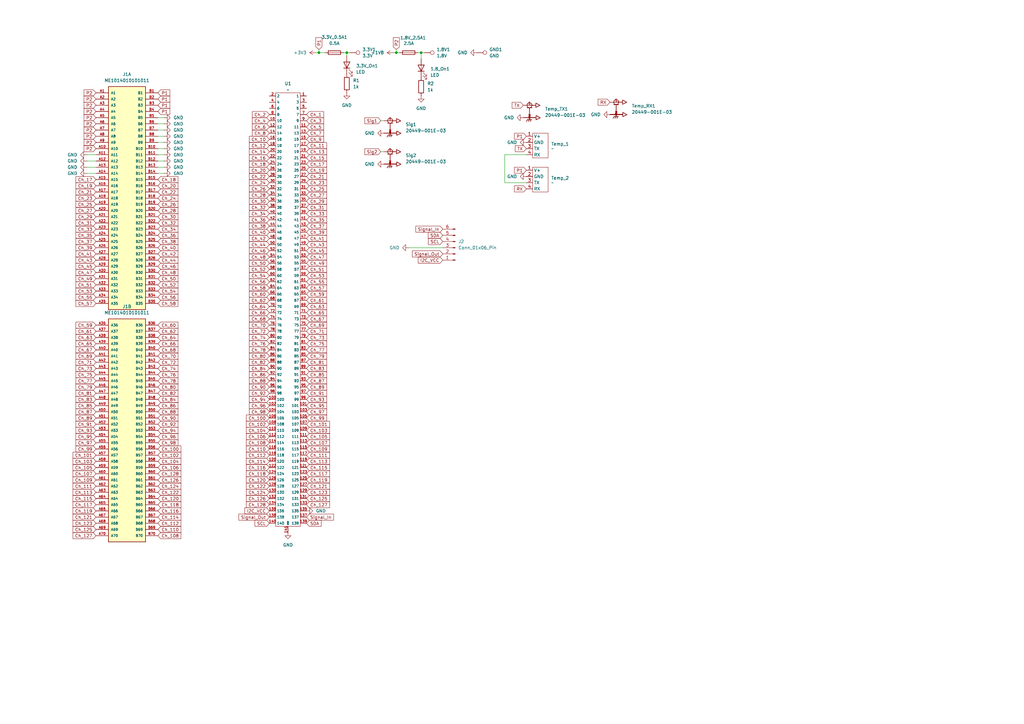
<source format=kicad_sch>
(kicad_sch (version 20231120) (generator "eeschema") (generator_version "8.0")
  (paper "A3")
  (junction (at 130.81 21.59))
  (junction (at 162.56 21.59))
  (junction (at 142.24 21.59))
  (junction (at 172.72 21.59))
  (wire (pts (xy 67.31 71.12) (xy 64.77 71.12)))
  (wire (pts (xy 207.01 63.5) (xy 207.01 74.93)))
  (wire (pts (xy 67.31 60.96) (xy 64.77 60.96)))
  (wire (pts (xy 156.21 49.53) (xy 157.48 49.53)))
  (wire (pts (xy 207.01 74.93) (xy 215.9 74.93)))
  (wire (pts (xy 35.56 71.12) (xy 39.37 71.12)))
  (wire (pts (xy 67.31 68.58) (xy 64.77 68.58)))
  (wire (pts (xy 173.99 21.59) (xy 172.72 21.59)))
  (wire (pts (xy 162.56 21.59) (xy 163.83 21.59)))
  (wire (pts (xy 161.29 21.59) (xy 162.56 21.59)))
  (wire (pts (xy 167.64 101.6) (xy 181.61 101.6)))
  (wire (pts (xy 215.9 63.5) (xy 207.01 63.5)))
  (wire (pts (xy 67.31 63.5) (xy 64.77 63.5)))
  (wire (pts (xy 67.31 66.04) (xy 64.77 66.04)))
  (wire (pts (xy 67.31 53.34) (xy 64.77 53.34)))
  (wire (pts (xy 156.21 62.23) (xy 157.48 62.23)))
  (wire (pts (xy 142.24 21.59) (xy 142.24 22.86)))
  (wire (pts (xy 142.24 21.59) (xy 143.51 21.59)))
  (wire (pts (xy 130.81 21.59) (xy 133.35 21.59)))
  (wire (pts (xy 129.54 21.59) (xy 130.81 21.59)))
  (wire (pts (xy 35.56 63.5) (xy 39.37 63.5)))
  (wire (pts (xy 162.56 20.32) (xy 162.56 21.59)))
  (wire (pts (xy 130.81 20.32) (xy 130.81 21.59)))
  (wire (pts (xy 67.31 58.42) (xy 64.77 58.42)))
  (wire (pts (xy 67.31 48.26) (xy 64.77 48.26)))
  (wire (pts (xy 35.56 66.04) (xy 39.37 66.04)))
  (wire (pts (xy 172.72 21.59) (xy 172.72 24.13)))
  (wire (pts (xy 35.56 68.58) (xy 39.37 68.58)))
  (wire (pts (xy 172.72 21.59) (xy 171.45 21.59)))
  (wire (pts (xy 67.31 55.88) (xy 64.77 55.88)))
  (wire (pts (xy 140.97 21.59) (xy 142.24 21.59)))
  (wire (pts (xy 67.31 50.8) (xy 64.77 50.8)))
  (global_label "Ch_101" (shape input) (at 125.73 173.99 0) (property "Intersheetrefs" "${INTERSHEET_REFS}" (effects (hide yes))))
  (global_label "Ch_100" (shape input) (at 110.49 171.45 180) (property "Intersheetrefs" "${INTERSHEET_REFS}" (effects (hide yes))))
  (global_label "Ch_99" (shape input) (at 125.73 171.45 0) (property "Intersheetrefs" "${INTERSHEET_REFS}" (effects (hide yes))))
  (global_label "Ch_70" (shape input) (at 110.49 133.35 180) (property "Intersheetrefs" "${INTERSHEET_REFS}" (effects (hide yes))))
  (global_label "Ch_55" (shape input) (at 39.37 121.92 180) (property "Intersheetrefs" "${INTERSHEET_REFS}" (effects (hide yes))))
  (global_label "Ch_113" (shape input) (at 39.37 201.93 180) (property "Intersheetrefs" "${INTERSHEET_REFS}" (effects (hide yes))))
  (global_label "Ch_62" (shape input) (at 64.77 135.89 0) (property "Intersheetrefs" "${INTERSHEET_REFS}" (effects (hide yes))))
  (global_label "P2" (shape input) (at 39.37 45.72 180) (property "Intersheetrefs" "${INTERSHEET_REFS}" (effects (hide yes))))
  (global_label "Ch_111" (shape input) (at 125.73 186.69 0) (property "Intersheetrefs" "${INTERSHEET_REFS}" (effects (hide yes))))
  (global_label "Ch_55" (shape input) (at 125.73 115.57 0) (property "Intersheetrefs" "${INTERSHEET_REFS}" (effects (hide yes))))
  (global_label "Ch_85" (shape input) (at 125.73 153.67 0) (property "Intersheetrefs" "${INTERSHEET_REFS}" (effects (hide yes))))
  (global_label "Ch_17" (shape input) (at 125.73 67.31 0) (property "Intersheetrefs" "${INTERSHEET_REFS}" (effects (hide yes))))
  (global_label "P1" (shape input) (at 64.77 43.18 0) (property "Intersheetrefs" "${INTERSHEET_REFS}" (effects (hide yes))))
  (global_label "Ch_58" (shape input) (at 110.49 118.11 180) (property "Intersheetrefs" "${INTERSHEET_REFS}" (effects (hide yes))))
  (global_label "Ch_102" (shape input) (at 110.49 173.99 180) (property "Intersheetrefs" "${INTERSHEET_REFS}" (effects (hide yes))))
  (global_label "SCL" (shape input) (at 110.49 214.63 180) (property "Intersheetrefs" "${INTERSHEET_REFS}" (effects (hide yes))))
  (global_label "Ch_107" (shape input) (at 125.73 181.61 0) (property "Intersheetrefs" "${INTERSHEET_REFS}" (effects (hide yes))))
  (global_label "Ch_113" (shape input) (at 125.73 189.23 0) (property "Intersheetrefs" "${INTERSHEET_REFS}" (effects (hide yes))))
  (global_label "Ch_83" (shape input) (at 125.73 151.13 0) (property "Intersheetrefs" "${INTERSHEET_REFS}" (effects (hide yes))))
  (global_label "Ch_64" (shape input) (at 64.77 138.43 0) (property "Intersheetrefs" "${INTERSHEET_REFS}" (effects (hide yes))))
  (global_label "Ch_60" (shape input) (at 110.49 120.65 180) (property "Intersheetrefs" "${INTERSHEET_REFS}" (effects (hide yes))))
  (global_label "Ch_70" (shape input) (at 64.77 146.05 0) (property "Intersheetrefs" "${INTERSHEET_REFS}" (effects (hide yes))))
  (global_label "Ch_34" (shape input) (at 64.77 93.98 0) (property "Intersheetrefs" "${INTERSHEET_REFS}" (effects (hide yes))))
  (global_label "Ch_68" (shape input) (at 64.77 143.51 0) (property "Intersheetrefs" "${INTERSHEET_REFS}" (effects (hide yes))))
  (global_label "Ch_98" (shape input) (at 110.49 168.91 180) (property "Intersheetrefs" "${INTERSHEET_REFS}" (effects (hide yes))))
  (global_label "Ch_121" (shape input) (at 39.37 212.09 180) (property "Intersheetrefs" "${INTERSHEET_REFS}" (effects (hide yes))))
  (global_label "Ch_74" (shape input) (at 64.77 151.13 0) (property "Intersheetrefs" "${INTERSHEET_REFS}" (effects (hide yes))))
  (global_label "Ch_104" (shape input) (at 64.77 189.23 0) (property "Intersheetrefs" "${INTERSHEET_REFS}" (effects (hide yes))))
  (global_label "Ch_126" (shape input) (at 64.77 196.85 0) (property "Intersheetrefs" "${INTERSHEET_REFS}" (effects (hide yes))))
  (global_label "Ch_62" (shape input) (at 110.49 123.19 180) (property "Intersheetrefs" "${INTERSHEET_REFS}" (effects (hide yes))))
  (global_label "P2" (shape input) (at 39.37 58.42 180) (property "Intersheetrefs" "${INTERSHEET_REFS}" (effects (hide yes))))
  (global_label "Ch_58" (shape input) (at 64.77 124.46 0) (property "Intersheetrefs" "${INTERSHEET_REFS}" (effects (hide yes))))
  (global_label "Ch_81" (shape input) (at 125.73 148.59 0) (property "Intersheetrefs" "${INTERSHEET_REFS}" (effects (hide yes))))
  (global_label "Ch_118" (shape input) (at 110.49 194.31 180) (property "Intersheetrefs" "${INTERSHEET_REFS}" (effects (hide yes))))
  (global_label "Ch_35" (shape input) (at 39.37 96.52 180) (property "Intersheetrefs" "${INTERSHEET_REFS}" (effects (hide yes))))
  (global_label "P1" (shape input) (at 215.9 55.88 180) (property "Intersheetrefs" "${INTERSHEET_REFS}" (effects (hide yes))))
  (global_label "P2" (shape input) (at 39.37 40.64 180) (property "Intersheetrefs" "${INTERSHEET_REFS}" (effects (hide yes))))
  (global_label "Ch_88" (shape input) (at 110.49 156.21 180) (property "Intersheetrefs" "${INTERSHEET_REFS}" (effects (hide yes))))
  (global_label "Ch_88" (shape input) (at 64.77 168.91 0) (property "Intersheetrefs" "${INTERSHEET_REFS}" (effects (hide yes))))
  (global_label "Ch_74" (shape input) (at 110.49 138.43 180) (property "Intersheetrefs" "${INTERSHEET_REFS}" (effects (hide yes))))
  (global_label "Ch_119" (shape input) (at 39.37 209.55 180) (property "Intersheetrefs" "${INTERSHEET_REFS}" (effects (hide yes))))
  (global_label "Ch_27" (shape input) (at 125.73 80.01 0) (property "Intersheetrefs" "${INTERSHEET_REFS}" (effects (hide yes))))
  (global_label "Ch_128" (shape input) (at 64.77 194.31 0) (property "Intersheetrefs" "${INTERSHEET_REFS}" (effects (hide yes))))
  (global_label "Signal_Out" (shape input) (at 110.49 212.09 180) (property "Intersheetrefs" "${INTERSHEET_REFS}" (effects (hide yes))))
  (global_label "Ch_2" (shape input) (at 110.49 46.99 180) (property "Intersheetrefs" "${INTERSHEET_REFS}" (effects (hide yes))))
  (global_label "Ch_36" (shape input) (at 64.77 96.52 0) (property "Intersheetrefs" "${INTERSHEET_REFS}" (effects (hide yes))))
  (global_label "Ch_40" (shape input) (at 64.77 101.6 0) (property "Intersheetrefs" "${INTERSHEET_REFS}" (effects (hide yes))))
  (global_label "Ch_68" (shape input) (at 110.49 130.81 180) (property "Intersheetrefs" "${INTERSHEET_REFS}" (effects (hide yes))))
  (global_label "Ch_75" (shape input) (at 39.37 153.67 180) (property "Intersheetrefs" "${INTERSHEET_REFS}" (effects (hide yes))))
  (global_label "Ch_94" (shape input) (at 64.77 176.53 0) (property "Intersheetrefs" "${INTERSHEET_REFS}" (effects (hide yes))))
  (global_label "Ch_77" (shape input) (at 39.37 156.21 180) (property "Intersheetrefs" "${INTERSHEET_REFS}" (effects (hide yes))))
  (global_label "SDA" (shape input) (at 181.61 96.52 180) (property "Intersheetrefs" "${INTERSHEET_REFS}" (effects (hide yes))))
  (global_label "Ch_32" (shape input) (at 64.77 91.44 0) (property "Intersheetrefs" "${INTERSHEET_REFS}" (effects (hide yes))))
  (global_label "Ch_86" (shape input) (at 110.49 153.67 180) (property "Intersheetrefs" "${INTERSHEET_REFS}" (effects (hide yes))))
  (global_label "Ch_57" (shape input) (at 39.37 124.46 180) (property "Intersheetrefs" "${INTERSHEET_REFS}" (effects (hide yes))))
  (global_label "Ch_123" (shape input) (at 125.73 201.93 0) (property "Intersheetrefs" "${INTERSHEET_REFS}" (effects (hide yes))))
  (global_label "Ch_73" (shape input) (at 39.37 151.13 180) (property "Intersheetrefs" "${INTERSHEET_REFS}" (effects (hide yes))))
  (global_label "Ch_1" (shape input) (at 125.73 46.99 0) (property "Intersheetrefs" "${INTERSHEET_REFS}" (effects (hide yes))))
  (global_label "Ch_96" (shape input) (at 110.49 166.37 180) (property "Intersheetrefs" "${INTERSHEET_REFS}" (effects (hide yes))))
  (global_label "Ch_32" (shape input) (at 110.49 85.09 180) (property "Intersheetrefs" "${INTERSHEET_REFS}" (effects (hide yes))))
  (global_label "Ch_112" (shape input) (at 110.49 186.69 180) (property "Intersheetrefs" "${INTERSHEET_REFS}" (effects (hide yes))))
  (global_label "Ch_19" (shape input) (at 39.37 76.2 180) (property "Intersheetrefs" "${INTERSHEET_REFS}" (effects (hide yes))))
  (global_label "Ch_46" (shape input) (at 64.77 109.22 0) (property "Intersheetrefs" "${INTERSHEET_REFS}" (effects (hide yes))))
  (global_label "Ch_19" (shape input) (at 125.73 69.85 0) (property "Intersheetrefs" "${INTERSHEET_REFS}" (effects (hide yes))))
  (global_label "Ch_29" (shape input) (at 125.73 82.55 0) (property "Intersheetrefs" "${INTERSHEET_REFS}" (effects (hide yes))))
  (global_label "Ch_117" (shape input) (at 125.73 194.31 0) (property "Intersheetrefs" "${INTERSHEET_REFS}" (effects (hide yes))))
  (global_label "Ch_104" (shape input) (at 110.49 176.53 180) (property "Intersheetrefs" "${INTERSHEET_REFS}" (effects (hide yes))))
  (global_label "Ch_63" (shape input) (at 39.37 138.43 180) (property "Intersheetrefs" "${INTERSHEET_REFS}" (effects (hide yes))))
  (global_label "Ch_49" (shape input) (at 39.37 114.3 180) (property "Intersheetrefs" "${INTERSHEET_REFS}" (effects (hide yes))))
  (global_label "Ch_102" (shape input) (at 64.77 186.69 0) (property "Intersheetrefs" "${INTERSHEET_REFS}" (effects (hide yes))))
  (global_label "Ch_33" (shape input) (at 125.73 87.63 0) (property "Intersheetrefs" "${INTERSHEET_REFS}" (effects (hide yes))))
  (global_label "Ch_56" (shape input) (at 110.49 115.57 180) (property "Intersheetrefs" "${INTERSHEET_REFS}" (effects (hide yes))))
  (global_label "SCL" (shape input) (at 181.61 99.06 180) (property "Intersheetrefs" "${INTERSHEET_REFS}" (effects (hide yes))))
  (global_label "Ch_86" (shape input) (at 64.77 166.37 0) (property "Intersheetrefs" "${INTERSHEET_REFS}" (effects (hide yes))))
  (global_label "Ch_120" (shape input) (at 110.49 196.85 180) (property "Intersheetrefs" "${INTERSHEET_REFS}" (effects (hide yes))))
  (global_label "Ch_52" (shape input) (at 64.77 116.84 0) (property "Intersheetrefs" "${INTERSHEET_REFS}" (effects (hide yes))))
  (global_label "Ch_42" (shape input) (at 110.49 97.79 180) (property "Intersheetrefs" "${INTERSHEET_REFS}" (effects (hide yes))))
  (global_label "Ch_84" (shape input) (at 110.49 151.13 180) (property "Intersheetrefs" "${INTERSHEET_REFS}" (effects (hide yes))))
  (global_label "Ch_49" (shape input) (at 125.73 107.95 0) (property "Intersheetrefs" "${INTERSHEET_REFS}" (effects (hide yes))))
  (global_label "Ch_40" (shape input) (at 110.49 95.25 180) (property "Intersheetrefs" "${INTERSHEET_REFS}" (effects (hide yes))))
  (global_label "Ch_22" (shape input) (at 64.77 78.74 0) (property "Intersheetrefs" "${INTERSHEET_REFS}" (effects (hide yes))))
  (global_label "Ch_85" (shape input) (at 39.37 166.37 180) (property "Intersheetrefs" "${INTERSHEET_REFS}" (effects (hide yes))))
  (global_label "Ch_47" (shape input) (at 125.73 105.41 0) (property "Intersheetrefs" "${INTERSHEET_REFS}" (effects (hide yes))))
  (global_label "Ch_73" (shape input) (at 125.73 138.43 0) (property "Intersheetrefs" "${INTERSHEET_REFS}" (effects (hide yes))))
  (global_label "Ch_116" (shape input) (at 64.77 209.55 0) (property "Intersheetrefs" "${INTERSHEET_REFS}" (effects (hide yes))))
  (global_label "P2" (shape input) (at 39.37 38.1 180) (property "Intersheetrefs" "${INTERSHEET_REFS}" (effects (hide yes))))
  (global_label "Ch_59" (shape input) (at 125.73 120.65 0) (property "Intersheetrefs" "${INTERSHEET_REFS}" (effects (hide yes))))
  (global_label "Ch_64" (shape input) (at 110.49 125.73 180) (property "Intersheetrefs" "${INTERSHEET_REFS}" (effects (hide yes))))
  (global_label "Ch_27" (shape input) (at 39.37 86.36 180) (property "Intersheetrefs" "${INTERSHEET_REFS}" (effects (hide yes))))
  (global_label "Ch_81" (shape input) (at 39.37 161.29 180) (property "Intersheetrefs" "${INTERSHEET_REFS}" (effects (hide yes))))
  (global_label "Ch_43" (shape input) (at 39.37 106.68 180) (property "Intersheetrefs" "${INTERSHEET_REFS}" (effects (hide yes))))
  (global_label "Ch_101" (shape input) (at 39.37 186.69 180) (property "Intersheetrefs" "${INTERSHEET_REFS}" (effects (hide yes))))
  (global_label "P2" (shape input) (at 162.56 20.32 90) (property "Intersheetrefs" "${INTERSHEET_REFS}" (effects (hide yes))))
  (global_label "Sig1" (shape input) (at 156.21 49.53 180) (property "Intersheetrefs" "${INTERSHEET_REFS}" (effects (hide yes))))
  (global_label "Ch_48" (shape input) (at 110.49 105.41 180) (property "Intersheetrefs" "${INTERSHEET_REFS}" (effects (hide yes))))
  (global_label "Ch_128" (shape input) (at 110.49 207.01 180) (property "Intersheetrefs" "${INTERSHEET_REFS}" (effects (hide yes))))
  (global_label "Ch_84" (shape input) (at 64.77 163.83 0) (property "Intersheetrefs" "${INTERSHEET_REFS}" (effects (hide yes))))
  (global_label "Ch_12" (shape input) (at 110.49 59.69 180) (property "Intersheetrefs" "${INTERSHEET_REFS}" (effects (hide yes))))
  (global_label "Ch_97" (shape input) (at 39.37 181.61 180) (property "Intersheetrefs" "${INTERSHEET_REFS}" (effects (hide yes))))
  (global_label "Ch_106" (shape input) (at 110.49 179.07 180) (property "Intersheetrefs" "${INTERSHEET_REFS}" (effects (hide yes))))
  (global_label "Ch_67" (shape input) (at 39.37 143.51 180) (property "Intersheetrefs" "${INTERSHEET_REFS}" (effects (hide yes))))
  (global_label "Ch_30" (shape input) (at 110.49 82.55 180) (property "Intersheetrefs" "${INTERSHEET_REFS}" (effects (hide yes))))
  (global_label "P1" (shape input) (at 64.77 45.72 0) (property "Intersheetrefs" "${INTERSHEET_REFS}" (effects (hide yes))))
  (global_label "Ch_45" (shape input) (at 39.37 109.22 180) (property "Intersheetrefs" "${INTERSHEET_REFS}" (effects (hide yes))))
  (global_label "SDA" (shape input) (at 125.73 214.63 0) (property "Intersheetrefs" "${INTERSHEET_REFS}" (effects (hide yes))))
  (global_label "Ch_89" (shape input) (at 125.73 158.75 0) (property "Intersheetrefs" "${INTERSHEET_REFS}" (effects (hide yes))))
  (global_label "I2C_VCC" (shape input) (at 181.61 106.68 180) (property "Intersheetrefs" "${INTERSHEET_REFS}" (effects (hide yes))))
  (global_label "Ch_95" (shape input) (at 125.73 166.37 0) (property "Intersheetrefs" "${INTERSHEET_REFS}" (effects (hide yes))))
  (global_label "Ch_114" (shape input) (at 110.49 189.23 180) (property "Intersheetrefs" "${INTERSHEET_REFS}" (effects (hide yes))))
  (global_label "Ch_7" (shape input) (at 125.73 54.61 0) (property "Intersheetrefs" "${INTERSHEET_REFS}" (effects (hide yes))))
  (global_label "Ch_65" (shape input) (at 125.73 128.27 0) (property "Intersheetrefs" "${INTERSHEET_REFS}" (effects (hide yes))))
  (global_label "Ch_24" (shape input) (at 110.49 74.93 180) (property "Intersheetrefs" "${INTERSHEET_REFS}" (effects (hide yes))))
  (global_label "Ch_3" (shape input) (at 125.73 49.53 0) (property "Intersheetrefs" "${INTERSHEET_REFS}" (effects (hide yes))))
  (global_label "Ch_38" (shape input) (at 64.77 99.06 0) (property "Intersheetrefs" "${INTERSHEET_REFS}" (effects (hide yes))))
  (global_label "Ch_61" (shape input) (at 125.73 123.19 0) (property "Intersheetrefs" "${INTERSHEET_REFS}" (effects (hide yes))))
  (global_label "Signal_In" (shape input) (at 181.61 93.98 180) (property "Intersheetrefs" "${INTERSHEET_REFS}" (effects (hide yes))))
  (global_label "Ch_127" (shape input) (at 125.73 207.01 0) (property "Intersheetrefs" "${INTERSHEET_REFS}" (effects (hide yes))))
  (global_label "Ch_82" (shape input) (at 110.49 148.59 180) (property "Intersheetrefs" "${INTERSHEET_REFS}" (effects (hide yes))))
  (global_label "Ch_89" (shape input) (at 39.37 171.45 180) (property "Intersheetrefs" "${INTERSHEET_REFS}" (effects (hide yes))))
  (global_label "Ch_14" (shape input) (at 110.49 62.23 180) (property "Intersheetrefs" "${INTERSHEET_REFS}" (effects (hide yes))))
  (global_label "Ch_37" (shape input) (at 125.73 92.71 0) (property "Intersheetrefs" "${INTERSHEET_REFS}" (effects (hide yes))))
  (global_label "Ch_125" (shape input) (at 39.37 217.17 180) (property "Intersheetrefs" "${INTERSHEET_REFS}" (effects (hide yes))))
  (global_label "Ch_11" (shape input) (at 125.73 59.69 0) (property "Intersheetrefs" "${INTERSHEET_REFS}" (effects (hide yes))))
  (global_label "Ch_90" (shape input) (at 110.49 158.75 180) (property "Intersheetrefs" "${INTERSHEET_REFS}" (effects (hide yes))))
  (global_label "Ch_72" (shape input) (at 64.77 148.59 0) (property "Intersheetrefs" "${INTERSHEET_REFS}" (effects (hide yes))))
  (global_label "Ch_44" (shape input) (at 110.49 100.33 180) (property "Intersheetrefs" "${INTERSHEET_REFS}" (effects (hide yes))))
  (global_label "Ch_43" (shape input) (at 125.73 100.33 0) (property "Intersheetrefs" "${INTERSHEET_REFS}" (effects (hide yes))))
  (global_label "Ch_31" (shape input) (at 125.73 85.09 0) (property "Intersheetrefs" "${INTERSHEET_REFS}" (effects (hide yes))))
  (global_label "Ch_100" (shape input) (at 64.77 184.15 0) (property "Intersheetrefs" "${INTERSHEET_REFS}" (effects (hide yes))))
  (global_label "Ch_48" (shape input) (at 64.77 111.76 0) (property "Intersheetrefs" "${INTERSHEET_REFS}" (effects (hide yes))))
  (global_label "Ch_39" (shape input) (at 125.73 95.25 0) (property "Intersheetrefs" "${INTERSHEET_REFS}" (effects (hide yes))))
  (global_label "Ch_105" (shape input) (at 125.73 179.07 0) (property "Intersheetrefs" "${INTERSHEET_REFS}" (effects (hide yes))))
  (global_label "Ch_87" (shape input) (at 39.37 168.91 180) (property "Intersheetrefs" "${INTERSHEET_REFS}" (effects (hide yes))))
  (global_label "Ch_4" (shape input) (at 110.49 49.53 180) (property "Intersheetrefs" "${INTERSHEET_REFS}" (effects (hide yes))))
  (global_label "Ch_57" (shape input) (at 125.73 118.11 0) (property "Intersheetrefs" "${INTERSHEET_REFS}" (effects (hide yes))))
  (global_label "Ch_78" (shape input) (at 64.77 156.21 0) (property "Intersheetrefs" "${INTERSHEET_REFS}" (effects (hide yes))))
  (global_label "Ch_16" (shape input) (at 110.49 64.77 180) (property "Intersheetrefs" "${INTERSHEET_REFS}" (effects (hide yes))))
  (global_label "Ch_53" (shape input) (at 125.73 113.03 0) (property "Intersheetrefs" "${INTERSHEET_REFS}" (effects (hide yes))))
  (global_label "Ch_20" (shape input) (at 110.49 69.85 180) (property "Intersheetrefs" "${INTERSHEET_REFS}" (effects (hide yes))))
  (global_label "Ch_112" (shape input) (at 64.77 214.63 0) (property "Intersheetrefs" "${INTERSHEET_REFS}" (effects (hide yes))))
  (global_label "P2" (shape input) (at 39.37 55.88 180) (property "Intersheetrefs" "${INTERSHEET_REFS}" (effects (hide yes))))
  (global_label "Signal_Out" (shape input) (at 181.61 104.14 180) (property "Intersheetrefs" "${INTERSHEET_REFS}" (effects (hide yes))))
  (global_label "Ch_105" (shape input) (at 39.37 191.77 180) (property "Intersheetrefs" "${INTERSHEET_REFS}" (effects (hide yes))))
  (global_label "TX" (shape input) (at 215.9 60.96 180) (property "Intersheetrefs" "${INTERSHEET_REFS}" (effects (hide yes))))
  (global_label "Ch_71" (shape input) (at 39.37 148.59 180) (property "Intersheetrefs" "${INTERSHEET_REFS}" (effects (hide yes))))
  (global_label "Ch_44" (shape input) (at 64.77 106.68 0) (property "Intersheetrefs" "${INTERSHEET_REFS}" (effects (hide yes))))
  (global_label "Ch_114" (shape input) (at 64.77 212.09 0) (property "Intersheetrefs" "${INTERSHEET_REFS}" (effects (hide yes))))
  (global_label "TX" (shape input) (at 214.63 43.18 180) (property "Intersheetrefs" "${INTERSHEET_REFS}" (effects (hide yes))))
  (global_label "Ch_115" (shape input) (at 125.73 191.77 0) (property "Intersheetrefs" "${INTERSHEET_REFS}" (effects (hide yes))))
  (global_label "Ch_123" (shape input) (at 39.37 214.63 180) (property "Intersheetrefs" "${INTERSHEET_REFS}" (effects (hide yes))))
  (global_label "Ch_17" (shape input) (at 39.37 73.66 180) (property "Intersheetrefs" "${INTERSHEET_REFS}" (effects (hide yes))))
  (global_label "Ch_97" (shape input) (at 125.73 168.91 0) (property "Intersheetrefs" "${INTERSHEET_REFS}" (effects (hide yes))))
  (global_label "Ch_107" (shape input) (at 39.37 194.31 180) (property "Intersheetrefs" "${INTERSHEET_REFS}" (effects (hide yes))))
  (global_label "Ch_94" (shape input) (at 110.49 163.83 180) (property "Intersheetrefs" "${INTERSHEET_REFS}" (effects (hide yes))))
  (global_label "Ch_111" (shape input) (at 39.37 199.39 180) (property "Intersheetrefs" "${INTERSHEET_REFS}" (effects (hide yes))))
  (global_label "Ch_56" (shape input) (at 64.77 121.92 0) (property "Intersheetrefs" "${INTERSHEET_REFS}" (effects (hide yes))))
  (global_label "Ch_69" (shape input) (at 125.73 133.35 0) (property "Intersheetrefs" "${INTERSHEET_REFS}" (effects (hide yes))))
  (global_label "P2" (shape input) (at 39.37 43.18 180) (property "Intersheetrefs" "${INTERSHEET_REFS}" (effects (hide yes))))
  (global_label "Ch_79" (shape input) (at 125.73 146.05 0) (property "Intersheetrefs" "${INTERSHEET_REFS}" (effects (hide yes))))
  (global_label "Ch_8" (shape input) (at 110.49 54.61 180) (property "Intersheetrefs" "${INTERSHEET_REFS}" (effects (hide yes))))
  (global_label "Ch_122" (shape input) (at 110.49 199.39 180) (property "Intersheetrefs" "${INTERSHEET_REFS}" (effects (hide yes))))
  (global_label "Ch_110" (shape input) (at 64.77 217.17 0) (property "Intersheetrefs" "${INTERSHEET_REFS}" (effects (hide yes))))
  (global_label "Ch_91" (shape input) (at 125.73 161.29 0) (property "Intersheetrefs" "${INTERSHEET_REFS}" (effects (hide yes))))
  (global_label "Ch_93" (shape input) (at 125.73 163.83 0) (property "Intersheetrefs" "${INTERSHEET_REFS}" (effects (hide yes))))
  (global_label "Ch_35" (shape input) (at 125.73 90.17 0) (property "Intersheetrefs" "${INTERSHEET_REFS}" (effects (hide yes))))
  (global_label "Ch_80" (shape input) (at 64.77 158.75 0) (property "Intersheetrefs" "${INTERSHEET_REFS}" (effects (hide yes))))
  (global_label "P2" (shape input) (at 39.37 50.8 180) (property "Intersheetrefs" "${INTERSHEET_REFS}" (effects (hide yes))))
  (global_label "Ch_82" (shape input) (at 64.77 161.29 0) (property "Intersheetrefs" "${INTERSHEET_REFS}" (effects (hide yes))))
  (global_label "Ch_18" (shape input) (at 64.77 73.66 0) (property "Intersheetrefs" "${INTERSHEET_REFS}" (effects (hide yes))))
  (global_label "Ch_13" (shape input) (at 125.73 62.23 0) (property "Intersheetrefs" "${INTERSHEET_REFS}" (effects (hide yes))))
  (global_label "Ch_60" (shape input) (at 64.77 133.35 0) (property "Intersheetrefs" "${INTERSHEET_REFS}" (effects (hide yes))))
  (global_label "Ch_50" (shape input) (at 110.49 107.95 180) (property "Intersheetrefs" "${INTERSHEET_REFS}" (effects (hide yes))))
  (global_label "P1" (shape input) (at 215.9 69.85 180) (property "Intersheetrefs" "${INTERSHEET_REFS}" (effects (hide yes))))
  (global_label "Ch_45" (shape input) (at 125.73 102.87 0) (property "Intersheetrefs" "${INTERSHEET_REFS}" (effects (hide yes))))
  (global_label "Ch_42" (shape input) (at 64.77 104.14 0) (property "Intersheetrefs" "${INTERSHEET_REFS}" (effects (hide yes))))
  (global_label "Ch_63" (shape input) (at 125.73 125.73 0) (property "Intersheetrefs" "${INTERSHEET_REFS}" (effects (hide yes))))
  (global_label "Ch_80" (shape input) (at 110.49 146.05 180) (property "Intersheetrefs" "${INTERSHEET_REFS}" (effects (hide yes))))
  (global_label "Sig2" (shape input) (at 156.21 62.23 180) (property "Intersheetrefs" "${INTERSHEET_REFS}" (effects (hide yes))))
  (global_label "Ch_96" (shape input) (at 64.77 179.07 0) (property "Intersheetrefs" "${INTERSHEET_REFS}" (effects (hide yes))))
  (global_label "Ch_23" (shape input) (at 125.73 74.93 0) (property "Intersheetrefs" "${INTERSHEET_REFS}" (effects (hide yes))))
  (global_label "Ch_72" (shape input) (at 110.49 135.89 180) (property "Intersheetrefs" "${INTERSHEET_REFS}" (effects (hide yes))))
  (global_label "Ch_106" (shape input) (at 64.77 191.77 0) (property "Intersheetrefs" "${INTERSHEET_REFS}" (effects (hide yes))))
  (global_label "Ch_41" (shape input) (at 125.73 97.79 0) (property "Intersheetrefs" "${INTERSHEET_REFS}" (effects (hide yes))))
  (global_label "Ch_90" (shape input) (at 64.77 171.45 0) (property "Intersheetrefs" "${INTERSHEET_REFS}" (effects (hide yes))))
  (global_label "P2" (shape input) (at 39.37 48.26 180) (property "Intersheetrefs" "${INTERSHEET_REFS}" (effects (hide yes))))
  (global_label "Ch_126" (shape input) (at 110.49 204.47 180) (property "Intersheetrefs" "${INTERSHEET_REFS}" (effects (hide yes))))
  (global_label "Ch_103" (shape input) (at 125.73 176.53 0) (property "Intersheetrefs" "${INTERSHEET_REFS}" (effects (hide yes))))
  (global_label "Ch_22" (shape input) (at 110.49 72.39 180) (property "Intersheetrefs" "${INTERSHEET_REFS}" (effects (hide yes))))
  (global_label "Ch_115" (shape input) (at 39.37 204.47 180) (property "Intersheetrefs" "${INTERSHEET_REFS}" (effects (hide yes))))
  (global_label "Ch_20" (shape input) (at 64.77 76.2 0) (property "Intersheetrefs" "${INTERSHEET_REFS}" (effects (hide yes))))
  (global_label "Ch_87" (shape input) (at 125.73 156.21 0) (property "Intersheetrefs" "${INTERSHEET_REFS}" (effects (hide yes))))
  (global_label "Ch_71" (shape input) (at 125.73 135.89 0) (property "Intersheetrefs" "${INTERSHEET_REFS}" (effects (hide yes))))
  (global_label "P2" (shape input) (at 39.37 60.96 180) (property "Intersheetrefs" "${INTERSHEET_REFS}" (effects (hide yes))))
  (global_label "Ch_67" (shape input) (at 125.73 130.81 0) (property "Intersheetrefs" "${INTERSHEET_REFS}" (effects (hide yes))))
  (global_label "Ch_30" (shape input) (at 64.77 88.9 0) (property "Intersheetrefs" "${INTERSHEET_REFS}" (effects (hide yes))))
  (global_label "Ch_25" (shape input) (at 125.73 77.47 0) (property "Intersheetrefs" "${INTERSHEET_REFS}" (effects (hide yes))))
  (global_label "Ch_119" (shape input) (at 125.73 196.85 0) (property "Intersheetrefs" "${INTERSHEET_REFS}" (effects (hide yes))))
  (global_label "Ch_26" (shape input) (at 64.77 83.82 0) (property "Intersheetrefs" "${INTERSHEET_REFS}" (effects (hide yes))))
  (global_label "Ch_99" (shape input) (at 39.37 184.15 180) (property "Intersheetrefs" "${INTERSHEET_REFS}" (effects (hide yes))))
  (global_label "Ch_98" (shape input) (at 64.77 181.61 0) (property "Intersheetrefs" "${INTERSHEET_REFS}" (effects (hide yes))))
  (global_label "Ch_5" (shape input) (at 125.73 52.07 0) (property "Intersheetrefs" "${INTERSHEET_REFS}" (effects (hide yes))))
  (global_label "Ch_95" (shape input) (at 39.37 179.07 180) (property "Intersheetrefs" "${INTERSHEET_REFS}" (effects (hide yes))))
  (global_label "Ch_76" (shape input) (at 64.77 153.67 0) (property "Intersheetrefs" "${INTERSHEET_REFS}" (effects (hide yes))))
  (global_label "I2C_VCC" (shape input) (at 110.49 209.55 180) (property "Intersheetrefs" "${INTERSHEET_REFS}" (effects (hide yes))))
  (global_label "Ch_54" (shape input) (at 110.49 113.03 180) (property "Intersheetrefs" "${INTERSHEET_REFS}" (effects (hide yes))))
  (global_label "Ch_25" (shape input) (at 39.37 83.82 180) (property "Intersheetrefs" "${INTERSHEET_REFS}" (effects (hide yes))))
  (global_label "Ch_29" (shape input) (at 39.37 88.9 180) (property "Intersheetrefs" "${INTERSHEET_REFS}" (effects (hide yes))))
  (global_label "Ch_23" (shape input) (at 39.37 81.28 180) (property "Intersheetrefs" "${INTERSHEET_REFS}" (effects (hide yes))))
  (global_label "Ch_41" (shape input) (at 39.37 104.14 180) (property "Intersheetrefs" "${INTERSHEET_REFS}" (effects (hide yes))))
  (global_label "Ch_9" (shape input) (at 125.73 57.15 0) (property "Intersheetrefs" "${INTERSHEET_REFS}" (effects (hide yes))))
  (global_label "Ch_54" (shape input) (at 64.77 119.38 0) (property "Intersheetrefs" "${INTERSHEET_REFS}" (effects (hide yes))))
  (global_label "P1" (shape input) (at 130.81 20.32 90) (property "Intersheetrefs" "${INTERSHEET_REFS}" (effects (hide yes))))
  (global_label "Signal_In" (shape input) (at 125.73 212.09 0) (property "Intersheetrefs" "${INTERSHEET_REFS}" (effects (hide yes))))
  (global_label "Ch_124" (shape input) (at 110.49 201.93 180) (property "Intersheetrefs" "${INTERSHEET_REFS}" (effects (hide yes))))
  (global_label "Ch_6" (shape input) (at 110.49 52.07 180) (property "Intersheetrefs" "${INTERSHEET_REFS}" (effects (hide yes))))
  (global_label "Ch_51" (shape input) (at 125.73 110.49 0) (property "Intersheetrefs" "${INTERSHEET_REFS}" (effects (hide yes))))
  (global_label "Ch_121" (shape input) (at 125.73 199.39 0) (property "Intersheetrefs" "${INTERSHEET_REFS}" (effects (hide yes))))
  (global_label "Ch_117" (shape input) (at 39.37 207.01 180) (property "Intersheetrefs" "${INTERSHEET_REFS}" (effects (hide yes))))
  (global_label "Ch_47" (shape input) (at 39.37 111.76 180) (property "Intersheetrefs" "${INTERSHEET_REFS}" (effects (hide yes))))
  (global_label "Ch_28" (shape input) (at 110.49 80.01 180) (property "Intersheetrefs" "${INTERSHEET_REFS}" (effects (hide yes))))
  (global_label "Ch_118" (shape input) (at 64.77 207.01 0) (property "Intersheetrefs" "${INTERSHEET_REFS}" (effects (hide yes))))
  (global_label "Ch_46" (shape input) (at 110.49 102.87 180) (property "Intersheetrefs" "${INTERSHEET_REFS}" (effects (hide yes))))
  (global_label "Ch_52" (shape input) (at 110.49 110.49 180) (property "Intersheetrefs" "${INTERSHEET_REFS}" (effects (hide yes))))
  (global_label "Ch_21" (shape input) (at 125.73 72.39 0) (property "Intersheetrefs" "${INTERSHEET_REFS}" (effects (hide yes))))
  (global_label "Ch_109" (shape input) (at 125.73 184.15 0) (property "Intersheetrefs" "${INTERSHEET_REFS}" (effects (hide yes))))
  (global_label "Ch_36" (shape input) (at 110.49 90.17 180) (property "Intersheetrefs" "${INTERSHEET_REFS}" (effects (hide yes))))
  (global_label "Ch_51" (shape input) (at 39.37 116.84 180) (property "Intersheetrefs" "${INTERSHEET_REFS}" (effects (hide yes))))
  (global_label "Ch_34" (shape input) (at 110.49 87.63 180) (property "Intersheetrefs" "${INTERSHEET_REFS}" (effects (hide yes))))
  (global_label "Ch_50" (shape input) (at 64.77 114.3 0) (property "Intersheetrefs" "${INTERSHEET_REFS}" (effects (hide yes))))
  (global_label "P1" (shape input) (at 64.77 38.1 0) (property "Intersheetrefs" "${INTERSHEET_REFS}" (effects (hide yes))))
  (global_label "Ch_108" (shape input) (at 64.77 219.71 0) (property "Intersheetrefs" "${INTERSHEET_REFS}" (effects (hide yes))))
  (global_label "P2" (shape input) (at 39.37 53.34 180) (property "Intersheetrefs" "${INTERSHEET_REFS}" (effects (hide yes))))
  (global_label "Ch_37" (shape input) (at 39.37 99.06 180) (property "Intersheetrefs" "${INTERSHEET_REFS}" (effects (hide yes))))
  (global_label "Ch_110" (shape input) (at 110.49 184.15 180) (property "Intersheetrefs" "${INTERSHEET_REFS}" (effects (hide yes))))
  (global_label "Ch_78" (shape input) (at 110.49 143.51 180) (property "Intersheetrefs" "${INTERSHEET_REFS}" (effects (hide yes))))
  (global_label "Ch_125" (shape input) (at 125.73 204.47 0) (property "Intersheetrefs" "${INTERSHEET_REFS}" (effects (hide yes))))
  (global_label "Ch_28" (shape input) (at 64.77 86.36 0) (property "Intersheetrefs" "${INTERSHEET_REFS}" (effects (hide yes))))
  (global_label "Ch_92" (shape input) (at 64.77 173.99 0) (property "Intersheetrefs" "${INTERSHEET_REFS}" (effects (hide yes))))
  (global_label "Ch_122" (shape input) (at 64.77 201.93 0) (property "Intersheetrefs" "${INTERSHEET_REFS}" (effects (hide yes))))
  (global_label "Ch_124" (shape input) (at 64.77 199.39 0) (property "Intersheetrefs" "${INTERSHEET_REFS}" (effects (hide yes))))
  (global_label "RX" (shape input) (at 215.9 77.47 180) (property "Intersheetrefs" "${INTERSHEET_REFS}" (effects (hide yes))))
  (global_label "Ch_31" (shape input) (at 39.37 91.44 180) (property "Intersheetrefs" "${INTERSHEET_REFS}" (effects (hide yes))))
  (global_label "Ch_59" (shape input) (at 39.37 133.35 180) (property "Intersheetrefs" "${INTERSHEET_REFS}" (effects (hide yes))))
  (global_label "Ch_15" (shape input) (at 125.73 64.77 0) (property "Intersheetrefs" "${INTERSHEET_REFS}" (effects (hide yes))))
  (global_label "Ch_127" (shape input) (at 39.37 219.71 180) (property "Intersheetrefs" "${INTERSHEET_REFS}" (effects (hide yes))))
  (global_label "RX" (shape input) (at 250.19 41.91 180) (property "Intersheetrefs" "${INTERSHEET_REFS}" (effects (hide yes))))
  (global_label "Ch_65" (shape input) (at 39.37 140.97 180) (property "Intersheetrefs" "${INTERSHEET_REFS}" (effects (hide yes))))
  (global_label "P1" (shape input) (at 64.77 40.64 0) (property "Intersheetrefs" "${INTERSHEET_REFS}" (effects (hide yes))))
  (global_label "Ch_120" (shape input) (at 64.77 204.47 0) (property "Intersheetrefs" "${INTERSHEET_REFS}" (effects (hide yes))))
  (global_label "Ch_69" (shape input) (at 39.37 146.05 180) (property "Intersheetrefs" "${INTERSHEET_REFS}" (effects (hide yes))))
  (global_label "Ch_83" (shape input) (at 39.37 163.83 180) (property "Intersheetrefs" "${INTERSHEET_REFS}" (effects (hide yes))))
  (global_label "Ch_66" (shape input) (at 64.77 140.97 0) (property "Intersheetrefs" "${INTERSHEET_REFS}" (effects (hide yes))))
  (global_label "Ch_108" (shape input) (at 110.49 181.61 180) (property "Intersheetrefs" "${INTERSHEET_REFS}" (effects (hide yes))))
  (global_label "Ch_38" (shape input) (at 110.49 92.71 180) (property "Intersheetrefs" "${INTERSHEET_REFS}" (effects (hide yes))))
  (global_label "Ch_92" (shape input) (at 110.49 161.29 180) (property "Intersheetrefs" "${INTERSHEET_REFS}" (effects (hide yes))))
  (global_label "Ch_53" (shape input) (at 39.37 119.38 180) (property "Intersheetrefs" "${INTERSHEET_REFS}" (effects (hide yes))))
  (global_label "Ch_76" (shape input) (at 110.49 140.97 180) (property "Intersheetrefs" "${INTERSHEET_REFS}" (effects (hide yes))))
  (global_label "Ch_39" (shape input) (at 39.37 101.6 180) (property "Intersheetrefs" "${INTERSHEET_REFS}" (effects (hide yes))))
  (global_label "Ch_21" (shape input) (at 39.37 78.74 180) (property "Intersheetrefs" "${INTERSHEET_REFS}" (effects (hide yes))))
  (global_label "Ch_103" (shape input) (at 39.37 189.23 180) (property "Intersheetrefs" "${INTERSHEET_REFS}" (effects (hide yes))))
  (global_label "Ch_109" (shape input) (at 39.37 196.85 180) (property "Intersheetrefs" "${INTERSHEET_REFS}" (effects (hide yes))))
  (global_label "Ch_116" (shape input) (at 110.49 191.77 180) (property "Intersheetrefs" "${INTERSHEET_REFS}" (effects (hide yes))))
  (global_label "Ch_18" (shape input) (at 110.49 67.31 180) (property "Intersheetrefs" "${INTERSHEET_REFS}" (effects (hide yes))))
  (global_label "Ch_26" (shape input) (at 110.49 77.47 180) (property "Intersheetrefs" "${INTERSHEET_REFS}" (effects (hide yes))))
  (global_label "Ch_61" (shape input) (at 39.37 135.89 180) (property "Intersheetrefs" "${INTERSHEET_REFS}" (effects (hide yes))))
  (global_label "Ch_77" (shape input) (at 125.73 143.51 0) (property "Intersheetrefs" "${INTERSHEET_REFS}" (effects (hide yes))))
  (global_label "Ch_79" (shape input) (at 39.37 158.75 180) (property "Intersheetrefs" "${INTERSHEET_REFS}" (effects (hide yes))))
  (global_label "Ch_33" (shape input) (at 39.37 93.98 180) (property "Intersheetrefs" "${INTERSHEET_REFS}" (effects (hide yes))))
  (global_label "Ch_66" (shape input) (at 110.49 128.27 180) (property "Intersheetrefs" "${INTERSHEET_REFS}" (effects (hide yes))))
  (global_label "Ch_75" (shape input) (at 125.73 140.97 0) (property "Intersheetrefs" "${INTERSHEET_REFS}" (effects (hide yes))))
  (global_label "Ch_24" (shape input) (at 64.77 81.28 0) (property "Intersheetrefs" "${INTERSHEET_REFS}" (effects (hide yes))))
  (global_label "Ch_10" (shape input) (at 110.49 57.15 180) (property "Intersheetrefs" "${INTERSHEET_REFS}" (effects (hide yes))))
  (global_label "Ch_91" (shape input) (at 39.37 173.99 180) (property "Intersheetrefs" "${INTERSHEET_REFS}" (effects (hide yes))))
  (global_label "Ch_93" (shape input) (at 39.37 176.53 180) (property "Intersheetrefs" "${INTERSHEET_REFS}" (effects (hide yes))))
  (symbol (lib_id "power:GND") (at 157.48 54.61 270) (unit 1)
    (property "Reference" "#PWR041" (effects (hide yes)))
    (property "Value" "GND" (at 153.67 54.6099 90) (effects (justify right)))
    (property "Description" "Power symbol creates a global label with name \"GND\" , ground" (effects (hide yes)))
  )
  (symbol (lib_id "Device:LED") (at 172.72 27.94 90) (unit 1)
    (property "Reference" "1.8_On1" (at 176.53 28.2574 90) (effects (justify right)))
    (property "Value" "LED" (at 176.53 30.7974 90) (effects (justify right)))
    (property "Footprint" "LED_SMD:LED_0603_1608Metric_Pad1.05x0.95mm_HandSolder" (effects (hide yes)))
    (property "Description" "Light emitting diode" (effects (hide yes)))
  )
  (symbol (lib_id "power:GND") (at 67.31 68.58 90) (mirror x) (unit 1)
    (property "Reference" "#PWR017" (effects (hide yes)))
    (property "Value" "GND" (at 71.12 68.5799 90) (effects (justify right)))
    (property "Description" "Power symbol creates a global label with name \"GND\" , ground" (effects (hide yes)))
  )
  (symbol (lib_id "Device:Fuse") (at 167.64 21.59 90) (unit 1)
    (property "Reference" "1.8V_2.5A1" (at 169.418 15.494 90))
    (property "Value" "2.5A" (at 167.64 17.78 90))
    (property "Footprint" "Fuse:Fuse_0603_1608Metric_Pad1.05x0.95mm_HandSolder" (effects (hide yes)))
    (property "Description" "Fuse" (effects (hide yes)))
  )
  (symbol (lib_id "power:GND") (at 35.56 71.12 270) (unit 1)
    (property "Reference" "#PWR08" (effects (hide yes)))
    (property "Value" "GND" (at 31.75 71.1199 90) (effects (justify right)))
    (property "Description" "Power symbol creates a global label with name \"GND\" , ground" (effects (hide yes)))
  )
  (symbol (lib_id "power:GND") (at 214.63 48.26 270) (unit 1)
    (property "Reference" "#PWR022" (effects (hide yes)))
    (property "Value" "GND" (at 210.82 48.2599 90) (effects (justify right)))
    (property "Description" "Power symbol creates a global label with name \"GND\" , ground" (effects (hide yes)))
  )
  (symbol (lib_id "power:GND") (at 67.31 50.8 90) (mirror x) (unit 1)
    (property "Reference" "#PWR010" (effects (hide yes)))
    (property "Value" "GND" (at 71.12 50.7999 90) (effects (justify right)))
    (property "Description" "Power symbol creates a global label with name \"GND\" , ground" (effects (hide yes)))
  )
  (symbol (lib_id "Connector:Conn_01x06_Pin") (at 186.69 101.6 180) (unit 1)
    (property "Reference" "J2" (at 187.96 99.0599 0) (effects (justify right)))
    (property "Value" "Conn_01x06_Pin" (at 187.96 101.5999 0) (effects (justify right)))
    (property "Footprint" "Connector_PinHeader_1.00mm:PinHeader_1x06_P1.00mm_Horizontal" (effects (hide yes)))
    (property "Description" "Generic connector, single row, 01x06, script generated" (effects (hide yes)))
  )
  (symbol (lib_id "power:GND") (at 35.56 66.04 270) (unit 1)
    (property "Reference" "#PWR06" (effects (hide yes)))
    (property "Value" "GND" (at 31.75 66.0399 90) (effects (justify right)))
    (property "Description" "Power symbol creates a global label with name \"GND\" , ground" (effects (hide yes)))
  )
  (symbol (lib_id "IPEX:20449-001E-03") (at 160.02 64.77 0) (unit 1)
    (property "Reference" "Sig2" (at 166.37 63.7539 0) (effects (justify left)))
    (property "Value" "20449-001E-03" (at 166.37 66.2939 0) (effects (justify left)))
    (property "Footprint" "IPEX:IPEX_20449-001E-03" (effects (hide yes)))
    (property "MF" "I-PEX" (effects (hide yes)))
    (property "Description_1" "\n1 POS Vertical SMD Small form factor with big performance through 6 GHz connector, RF, micro-coaxial MHF 4 Receptacle\n" (effects (hide yes)))
    (property "Package" "None" (effects (hide yes)))
    (property "Price" "None" (effects (hide yes)))
    (property "Check_prices" "https://www.snapeda.com/parts/20449-001E-03/I-PEX/view-part/?ref=eda" (effects (hide yes)))
    (property "PARTREV" "5" (effects (hide yes)))
    (property "SnapEDA_Link" "https://www.snapeda.com/parts/20449-001E-03/I-PEX/view-part/?ref=snap" (effects (hide yes)))
    (property "MP" "20449-001E-03" (effects (hide yes)))
    (property "Purchase-URL" "https://www.snapeda.com/api/url_track_click_mouser/?unipart_id=3220640&manufacturer=I-PEX&part_name=20449-001E-03&search_term=ipex" (effects (hide yes)))
    (property "Availability" "In Stock" (effects (hide yes)))
    (property "STANDART" "Manufacturer Recomendations" (effects (hide yes)))
  )
  (symbol (lib_id "IPEX:20449-001E-03") (at 252.73 44.45 0) (unit 1)
    (property "Reference" "Temp_RX1" (at 259.08 43.4339 0) (effects (justify left)))
    (property "Value" "20449-001E-03" (at 259.08 45.9739 0) (effects (justify left)))
    (property "Footprint" "IPEX:IPEX_20449-001E-03" (effects (hide yes)))
    (property "MF" "I-PEX" (effects (hide yes)))
    (property "Description_1" "\n1 POS Vertical SMD Small form factor with big performance through 6 GHz connector, RF, micro-coaxial MHF 4 Receptacle\n" (effects (hide yes)))
    (property "Package" "None" (effects (hide yes)))
    (property "Price" "None" (effects (hide yes)))
    (property "Check_prices" "https://www.snapeda.com/parts/20449-001E-03/I-PEX/view-part/?ref=eda" (effects (hide yes)))
    (property "PARTREV" "5" (effects (hide yes)))
    (property "SnapEDA_Link" "https://www.snapeda.com/parts/20449-001E-03/I-PEX/view-part/?ref=snap" (effects (hide yes)))
    (property "MP" "20449-001E-03" (effects (hide yes)))
    (property "Purchase-URL" "https://www.snapeda.com/api/url_track_click_mouser/?unipart_id=3220640&manufacturer=I-PEX&part_name=20449-001E-03&search_term=ipex" (effects (hide yes)))
    (property "Availability" "In Stock" (effects (hide yes)))
    (property "STANDART" "Manufacturer Recomendations" (effects (hide yes)))
  )
  (symbol (lib_id "power:GND") (at 118.11 218.44 0) (unit 1)
    (property "Reference" "#PWR01" (effects (hide yes)))
    (property "Value" "GND" (at 118.11 223.52 0))
    (property "Description" "Power symbol creates a global label with name \"GND\" , ground" (effects (hide yes)))
  )
  (symbol (lib_id "IPEX:20449-001E-03") (at 217.17 45.72 0) (unit 1)
    (property "Reference" "Temp_TX1" (at 223.52 44.7039 0) (effects (justify left)))
    (property "Value" "20449-001E-03" (at 223.52 47.2439 0) (effects (justify left)))
    (property "Footprint" "IPEX:IPEX_20449-001E-03" (effects (hide yes)))
    (property "MF" "I-PEX" (effects (hide yes)))
    (property "Description_1" "\n1 POS Vertical SMD Small form factor with big performance through 6 GHz connector, RF, micro-coaxial MHF 4 Receptacle\n" (effects (hide yes)))
    (property "Package" "None" (effects (hide yes)))
    (property "Price" "None" (effects (hide yes)))
    (property "Check_prices" "https://www.snapeda.com/parts/20449-001E-03/I-PEX/view-part/?ref=eda" (effects (hide yes)))
    (property "PARTREV" "5" (effects (hide yes)))
    (property "SnapEDA_Link" "https://www.snapeda.com/parts/20449-001E-03/I-PEX/view-part/?ref=snap" (effects (hide yes)))
    (property "MP" "20449-001E-03" (effects (hide yes)))
    (property "Purchase-URL" "https://www.snapeda.com/api/url_track_click_mouser/?unipart_id=3220640&manufacturer=I-PEX&part_name=20449-001E-03&search_term=ipex" (effects (hide yes)))
    (property "Availability" "In Stock" (effects (hide yes)))
    (property "STANDART" "Manufacturer Recomendations" (effects (hide yes)))
  )
  (symbol (lib_id "IPEX:TMP104") (at 217.17 68.58 0) (unit 1)
    (property "Reference" "Temp_2" (at 226.06 73.0249 0) (effects (justify left)))
    (property "Value" "~" (at 226.06 74.93 0) (effects (justify left)))
    (property "Footprint" "IPEX:TMP104" (effects (hide yes)))
  )
  (symbol (lib_id "Device:Fuse") (at 137.16 21.59 90) (unit 1)
    (property "Reference" "3.3V_0.5A1" (at 137.16 15.24 90))
    (property "Value" "0.5A" (at 137.16 17.78 90))
    (property "Footprint" "Fuse:Fuse_0603_1608Metric_Pad1.05x0.95mm_HandSolder" (effects (hide yes)))
    (property "Description" "Fuse" (effects (hide yes)))
  )
  (symbol (lib_id "power:GND") (at 215.9 72.39 270) (unit 1)
    (property "Reference" "#PWR024" (effects (hide yes)))
    (property "Value" "GND" (at 212.09 72.3899 90) (effects (justify right)))
    (property "Description" "Power symbol creates a global label with name \"GND\" , ground" (effects (hide yes)))
  )
  (symbol (lib_id "FX10:FX10-140") (at 113.03 35.56 0) (unit 1)
    (property "Reference" "U1" (at 118.11 34.29 0))
    (property "Value" "~" (at 118.11 36.83 0))
    (property "Footprint" "Card_Edge_Connector_FCI:Hirose-FX10" (effects (hide yes)))
  )
  (symbol (lib_id "power:GND") (at 67.31 63.5 90) (mirror x) (unit 1)
    (property "Reference" "#PWR015" (effects (hide yes)))
    (property "Value" "GND" (at 71.12 63.4999 90) (effects (justify right)))
    (property "Description" "Power symbol creates a global label with name \"GND\" , ground" (effects (hide yes)))
  )
  (symbol (lib_id "power:GND") (at 142.24 38.1 0) (unit 1)
    (property "Reference" "#PWR020" (effects (hide yes)))
    (property "Value" "GND" (at 142.24 43.18 0))
    (property "Description" "Power symbol creates a global label with name \"GND\" , ground" (effects (hide yes)))
  )
  (symbol (lib_id "power:GND") (at 167.64 101.6 270) (unit 1)
    (property "Reference" "#PWR026" (effects (hide yes)))
    (property "Value" "GND" (at 163.83 101.5999 90) (effects (justify right)))
    (property "Description" "Power symbol creates a global label with name \"GND\" , ground" (effects (hide yes)))
  )
  (symbol (lib_id "Connector:TestPoint") (at 173.99 21.59 270) (unit 1)
    (property "Reference" "1.8V1" (at 179.07 20.3199 90) (effects (justify left)))
    (property "Value" "1.8V" (at 179.07 22.8599 90) (effects (justify left)))
    (property "Footprint" "TestPoint:TestPoint_Pad_D2.5mm" (effects (hide yes)))
    (property "Description" "test point" (effects (hide yes)))
  )
  (symbol (lib_id "power:GND") (at 67.31 58.42 90) (mirror x) (unit 1)
    (property "Reference" "#PWR013" (effects (hide yes)))
    (property "Value" "GND" (at 71.12 58.4199 90) (effects (justify right)))
    (property "Description" "Power symbol creates a global label with name \"GND\" , ground" (effects (hide yes)))
  )
  (symbol (lib_id "power:+1V8") (at 161.29 21.59 90) (unit 1)
    (property "Reference" "#PWR03" (effects (hide yes)))
    (property "Value" "+1V8" (at 157.48 21.5899 90) (effects (justify left)))
    (property "Description" "Power symbol creates a global label with name \"+1V8\"" (effects (hide yes)))
  )
  (symbol (lib_id "power:+3V3") (at 129.54 21.59 90) (unit 1)
    (property "Reference" "#PWR02" (effects (hide yes)))
    (property "Value" "+3V3" (at 125.73 21.5899 90) (effects (justify left)))
    (property "Description" "Power symbol creates a global label with name \"+3V3\"" (effects (hide yes)))
  )
  (symbol (lib_id "power:GND") (at 67.31 53.34 90) (mirror x) (unit 1)
    (property "Reference" "#PWR011" (effects (hide yes)))
    (property "Value" "GND" (at 71.12 53.3399 90) (effects (justify right)))
    (property "Description" "Power symbol creates a global label with name \"GND\" , ground" (effects (hide yes)))
  )
  (symbol (lib_id "Device:R") (at 172.72 35.56 0) (unit 1)
    (property "Reference" "R2" (at 175.26 34.2899 0) (effects (justify left)))
    (property "Value" "1k" (at 175.26 36.8299 0) (effects (justify left)))
    (property "Footprint" "Resistor_SMD:R_0603_1608Metric_Pad0.98x0.95mm_HandSolder" (effects (hide yes)))
    (property "Description" "Resistor" (effects (hide yes)))
  )
  (symbol (lib_id "power:GND") (at 67.31 66.04 90) (mirror x) (unit 1)
    (property "Reference" "#PWR016" (effects (hide yes)))
    (property "Value" "GND" (at 71.12 66.0399 90) (effects (justify right)))
    (property "Description" "Power symbol creates a global label with name \"GND\" , ground" (effects (hide yes)))
  )
  (symbol (lib_id "Device:LED") (at 142.24 26.67 90) (unit 1)
    (property "Reference" "3.3V_On1" (at 146.05 26.9874 90) (effects (justify right)))
    (property "Value" "LED" (at 146.05 29.5274 90) (effects (justify right)))
    (property "Footprint" "LED_SMD:LED_0603_1608Metric_Pad1.05x0.95mm_HandSolder" (effects (hide yes)))
    (property "Description" "Light emitting diode" (effects (hide yes)))
  )
  (symbol (lib_id "IPEX:20449-001E-03") (at 160.02 52.07 0) (unit 1)
    (property "Reference" "Sig1" (at 166.37 51.0539 0) (effects (justify left)))
    (property "Value" "20449-001E-03" (at 166.37 53.5939 0) (effects (justify left)))
    (property "Footprint" "IPEX:IPEX_20449-001E-03" (effects (hide yes)))
    (property "MF" "I-PEX" (effects (hide yes)))
    (property "Description_1" "\n1 POS Vertical SMD Small form factor with big performance through 6 GHz connector, RF, micro-coaxial MHF 4 Receptacle\n" (effects (hide yes)))
    (property "Package" "None" (effects (hide yes)))
    (property "Price" "None" (effects (hide yes)))
    (property "Check_prices" "https://www.snapeda.com/parts/20449-001E-03/I-PEX/view-part/?ref=eda" (effects (hide yes)))
    (property "PARTREV" "5" (effects (hide yes)))
    (property "SnapEDA_Link" "https://www.snapeda.com/parts/20449-001E-03/I-PEX/view-part/?ref=snap" (effects (hide yes)))
    (property "MP" "20449-001E-03" (effects (hide yes)))
    (property "Purchase-URL" "https://www.snapeda.com/api/url_track_click_mouser/?unipart_id=3220640&manufacturer=I-PEX&part_name=20449-001E-03&search_term=ipex" (effects (hide yes)))
    (property "Availability" "In Stock" (effects (hide yes)))
    (property "STANDART" "Manufacturer Recomendations" (effects (hide yes)))
  )
  (symbol (lib_id "power:GND") (at 215.9 58.42 270) (unit 1)
    (property "Reference" "#PWR025" (effects (hide yes)))
    (property "Value" "GND" (at 212.09 58.4199 90) (effects (justify right)))
    (property "Description" "Power symbol creates a global label with name \"GND\" , ground" (effects (hide yes)))
  )
  (symbol (lib_id "IPEX:TMP104") (at 217.17 54.61 0) (unit 1)
    (property "Reference" "Temp_1" (at 226.06 59.0549 0) (effects (justify left)))
    (property "Value" "~" (at 226.06 60.96 0) (effects (justify left)))
    (property "Footprint" "IPEX:TMP104" (effects (hide yes)))
  )
  (symbol (lib_id "power:GND") (at 67.31 71.12 90) (mirror x) (unit 1)
    (property "Reference" "#PWR018" (effects (hide yes)))
    (property "Value" "GND" (at 71.12 71.1199 90) (effects (justify right)))
    (property "Description" "Power symbol creates a global label with name \"GND\" , ground" (effects (hide yes)))
  )
  (symbol (lib_id "power:GND") (at 67.31 48.26 90) (mirror x) (unit 1)
    (property "Reference" "#PWR09" (effects (hide yes)))
    (property "Value" "GND" (at 71.12 48.2599 90) (effects (justify right)))
    (property "Description" "Power symbol creates a global label with name \"GND\" , ground" (effects (hide yes)))
  )
  (symbol (lib_id "HYDRA_Amphenol_card:ME1014010101011") (at 52.07 81.28 0) (unit 1)
    (property "Reference" "J1" (at 52.07 30.48 0))
    (property "Value" "ME1014010101011" (at 52.07 33.02 0))
    (property "Footprint" "Card_Edge_Connector_FCI:Edge-Card-Connector" (effects (hide yes)))
    (property "PARTREV" "11" (effects (hide yes)))
    (property "STANDARD" "Manufacturer Recommendations" (effects (hide yes)))
    (property "SNAPEDA_PN" "ME1014010101011" (effects (hide yes)))
    (property "MAXIMUM_PACKAGE_HEIGHT" "9.1mm" (effects (hide yes)))
    (property "MANUFACTURER" "Amphenol" (effects (hide yes)))
  )
  (symbol (lib_id "power:GND") (at 195.58 21.59 270) (unit 1)
    (property "Reference" "#PWR04" (effects (hide yes)))
    (property "Value" "GND" (at 191.77 21.5899 90) (effects (justify right)))
    (property "Description" "Power symbol creates a global label with name \"GND\" , ground" (effects (hide yes)))
  )
  (symbol (lib_id "power:GND") (at 250.19 46.99 270) (unit 1)
    (property "Reference" "#PWR023" (effects (hide yes)))
    (property "Value" "GND" (at 246.38 46.9899 90) (effects (justify right)))
    (property "Description" "Power symbol creates a global label with name \"GND\" , ground" (effects (hide yes)))
  )
  (symbol (lib_id "power:GND") (at 67.31 55.88 90) (mirror x) (unit 1)
    (property "Reference" "#PWR012" (effects (hide yes)))
    (property "Value" "GND" (at 71.12 55.8799 90) (effects (justify right)))
    (property "Description" "Power symbol creates a global label with name \"GND\" , ground" (effects (hide yes)))
  )
  (symbol (lib_id "power:GND") (at 157.48 67.31 270) (unit 1)
    (property "Reference" "#PWR019" (effects (hide yes)))
    (property "Value" "GND" (at 153.67 67.3099 90) (effects (justify right)))
    (property "Description" "Power symbol creates a global label with name \"GND\" , ground" (effects (hide yes)))
  )
  (symbol (lib_id "Connector:TestPoint") (at 143.51 21.59 270) (unit 1)
    (property "Reference" "3.3V1" (at 148.59 20.3199 90) (effects (justify left)))
    (property "Value" "3.3V" (at 148.59 22.8599 90) (effects (justify left)))
    (property "Footprint" "TestPoint:TestPoint_Pad_D2.5mm" (effects (hide yes)))
    (property "Description" "test point" (effects (hide yes)))
  )
  (symbol (lib_id "HYDRA_Amphenol_card:ME1014010101011") (at 52.07 176.53 0) (unit 2)
    (property "Reference" "J1" (at 52.07 125.73 0))
    (property "Value" "ME1014010101011" (at 52.07 128.27 0))
    (property "Footprint" "Card_Edge_Connector_FCI:Edge-Card-Connector" (effects (hide yes)))
    (property "PARTREV" "11" (effects (hide yes)))
    (property "STANDARD" "Manufacturer Recommendations" (effects (hide yes)))
    (property "SNAPEDA_PN" "ME1014010101011" (effects (hide yes)))
    (property "MAXIMUM_PACKAGE_HEIGHT" "9.1mm" (effects (hide yes)))
    (property "MANUFACTURER" "Amphenol" (effects (hide yes)))
  )
  (symbol (lib_id "power:GND") (at 67.31 60.96 90) (mirror x) (unit 1)
    (property "Reference" "#PWR014" (effects (hide yes)))
    (property "Value" "GND" (at 71.12 60.9599 90) (effects (justify right)))
    (property "Description" "Power symbol creates a global label with name \"GND\" , ground" (effects (hide yes)))
  )
  (symbol (lib_id "power:GND") (at 125.73 209.55 90) (unit 1)
    (property "Reference" "#PWR027" (effects (hide yes)))
    (property "Value" "GND" (at 129.54 209.5499 90) (effects (justify right)))
    (property "Description" "Power symbol creates a global label with name \"GND\" , ground" (effects (hide yes)))
  )
  (symbol (lib_id "Connector:TestPoint") (at 195.58 21.59 270) (unit 1)
    (property "Reference" "GND1" (at 200.66 20.3199 90) (effects (justify left)))
    (property "Value" "GND" (at 200.66 22.8599 90) (effects (justify left)))
    (property "Footprint" "TestPoint:TestPoint_Pad_2.5x2.5mm" (effects (hide yes)))
    (property "Description" "test point" (effects (hide yes)))
  )
  (symbol (lib_id "Device:R") (at 142.24 34.29 0) (unit 1)
    (property "Reference" "R1" (at 144.78 33.0199 0) (effects (justify left)))
    (property "Value" "1k" (at 144.78 35.5599 0) (effects (justify left)))
    (property "Footprint" "Resistor_SMD:R_0603_1608Metric_Pad0.98x0.95mm_HandSolder" (effects (hide yes)))
    (property "Description" "Resistor" (effects (hide yes)))
  )
  (symbol (lib_id "power:GND") (at 172.72 39.37 0) (unit 1)
    (property "Reference" "#PWR021" (effects (hide yes)))
    (property "Value" "GND" (at 172.72 44.45 0))
    (property "Description" "Power symbol creates a global label with name \"GND\" , ground" (effects (hide yes)))
  )
  (symbol (lib_id "power:GND") (at 35.56 63.5 270) (unit 1)
    (property "Reference" "#PWR05" (effects (hide yes)))
    (property "Value" "GND" (at 31.75 63.4999 90) (effects (justify right)))
    (property "Description" "Power symbol creates a global label with name \"GND\" , ground" (effects (hide yes)))
  )
  (symbol (lib_id "power:GND") (at 35.56 68.58 270) (unit 1)
    (property "Reference" "#PWR07" (effects (hide yes)))
    (property "Value" "GND" (at 31.75 68.5799 90) (effects (justify right)))
    (property "Description" "Power symbol creates a global label with name \"GND\" , ground" (effects (hide yes)))
  )
)
</source>
